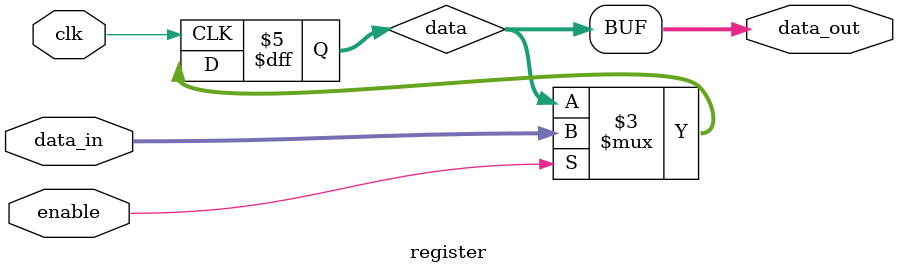
<source format=v>
`timescale 1ns / 1ps
module register(
    
clk,
data_in,
data_out,
enable
    );

input clk;
input wire [7:0] data_in;
output wire [7:0] data_out;
input enable;

reg [7:0] data;

always @(posedge clk)
begin
	if(enable == 1)
		begin
			data <= data_in;
		end
end

assign data_out = data;

endmodule

</source>
